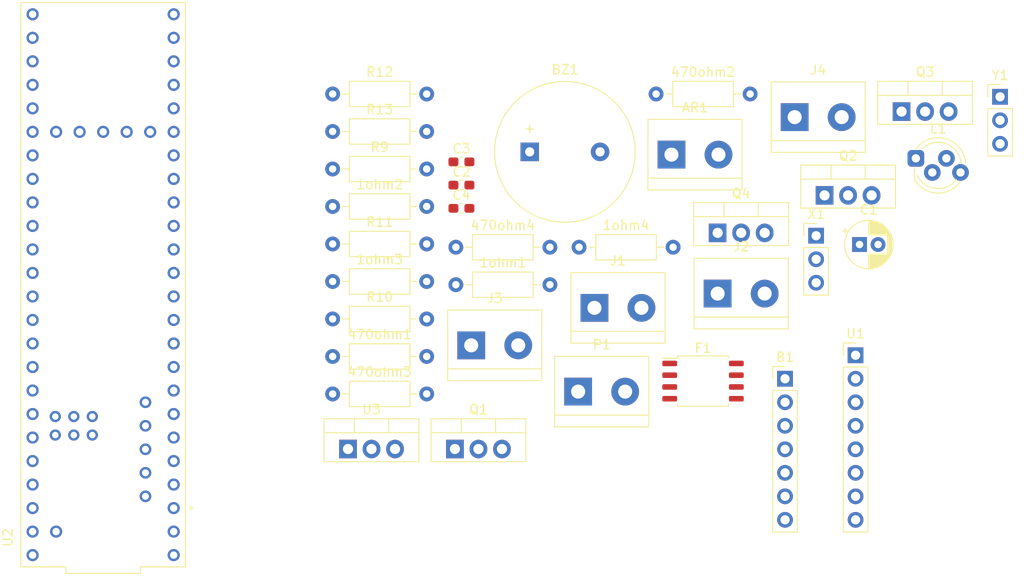
<source format=kicad_pcb>
(kicad_pcb (version 20211014) (generator pcbnew)
  (layers (0 "F.Cu" signal) (31 "B.Cu" signal) (34 "B.Paste" user) (35 "F.Paste" user) (36 "B.SilkS" user "B.Silkscreen") (37 "F.SilkS" user "F.Silkscreen") (38 "B.Mask" user) (39 "F.Mask" user) (44 "Edge.Cuts" user))
  (net 0 "")
  (net 1 "Net-(1ohm1-Pad1)")
  (net 2 "Net-(1ohm1-Pad2)")
  (net 3 "Net-(1ohm2-Pad1)")
  (net 4 "Net-(1ohm2-Pad2)")
  (net 5 "Net-(1ohm3-Pad1)")
  (net 6 "Net-(1ohm3-Pad2)")
  (net 7 "Net-(1ohm4-Pad1)")
  (net 8 "Net-(1ohm4-Pad2)")
  (net 9 "GND")
  (net 10 "Net-(470ohm1-Pad2)")
  (net 11 "Net-(470ohm2-Pad2)")
  (net 12 "Net-(470ohm3-Pad2)")
  (net 13 "Net-(470ohm4-Pad2)")
  (net 14 "+3V3")
  (net 15 "Net-(AR1-Pad2)")
  (net 17 "Net-(B1-Pad3)")
  (net 18 "Net-(B1-Pad4)")
  (net 22 "Net-(BZ1-Pad1)")
  (net 23 "Net-(C1-Pad1)")
  (net 24 "Net-(C2-Pad1)")
  (net 25 "Net-(F1-Pad1)")
  (net 26 "Net-(F1-Pad2)")
  (net 28 "Net-(F1-Pad5)")
  (net 30 "+12V")
  (net 31 "Net-(L1-Pad1)")
  (net 32 "Net-(L1-Pad2)")
  (net 33 "Net-(L1-Pad3)")
  (net 34 "Net-(L1-Pad4)")
  (net 35 "Net-(R9-Pad1)")
  (net 36 "Net-(R10-Pad1)")
  (net 37 "Net-(R11-Pad1)")
  (net 38 "Net-(R12-Pad2)")
  (net 47 "Net-(U2-Pad29)")
  (net 48 "+5V")
  (net 49 "Net-(U2-Pad28)")
  (net 50 "Net-(U1-Pad12)")
  (footprint "Teensy 4.1:MODULE_DEV-16771" (layer "F.Cu") (at 96.52 109.22 90)
    (fp_text reference "U2" (at -27.305 -10.295 90) (layer "F.SilkS"))
    (fp_text value "DEV-16771")
    (fp_line (start -30.48 8.89) (end -30.48 4.03) (layer "F.SilkS") (width 0.127))
    (fp_line (start 30.48 -8.89) (end 30.48 8.89) (layer "F.SilkS") (width 0.127))
    (fp_line (start -30.48 4.03) (end -31.18 4.03) (layer "F.SilkS") (width 0.127))
    (fp_line (start -30.48 -8.89) (end 30.48 -8.89) (layer "F.SilkS") (width 0.127))
    (fp_line (start -30.48 -8.89) (end -30.48 -4.03) (layer "F.SilkS") (width 0.127))
    (fp_line (start -30.48 -4.03) (end -31.18 -4.03) (layer "F.SilkS") (width 0.127))
    (fp_line (start -31.18 4.03) (end -31.18 -4.03) (layer "F.SilkS") (width 0.127))
    (fp_line (start 30.48 8.89) (end -30.48 8.89) (layer "F.SilkS") (width 0.127))
    (fp_circle (center -24.13 9.5) (end -24.03 9.5) (layer "F.SilkS") (width 0.2) (fill none))
    (pad "0" thru_hole circle (at -26.67 7.62 90) (size 1.308 1.308) (drill 0.8) (layers *.Cu *.Mask) (net 10 "Net-(470ohm1-Pad2)"))
    (pad "1" thru_hole circle (at -24.13 7.62 90) (size 1.308 1.308) (drill 0.8) (layers *.Cu *.Mask) (net 11 "Net-(470ohm2-Pad2)"))
    (pad "2" thru_hole circle (at -21.59 7.62 90) (size 1.308 1.308) (drill 0.8) (layers *.Cu *.Mask) (net 37 "Net-(R11-Pad1)"))
    (pad "3" thru_hole circle (at -19.05 7.62 90) (size 1.308 1.308) (drill 0.8) (layers *.Cu *.Mask) (net 26 "Net-(F1-Pad2)"))
    (pad "3.3V_1" thru_hole circle (at 6.35 7.62 90) (size 1.308 1.308) (drill 0.8) (layers *.Cu *.Mask) (net 31 "Net-(L1-Pad1)"))
    (pad "3.3V_2" thru_hole circle (at -24.13 -7.62 90) (size 1.308 1.308) (drill 0.8) (layers *.Cu *.Mask) (net 31 "Net-(L1-Pad1)"))
    (pad "3.3V_3" thru_hole circle (at 16.51 2.54 90) (size 1.308 1.308) (drill 0.8) (layers *.Cu *.Mask) (net 31 "Net-(L1-Pad1)"))
    (pad "4" thru_hole circle (at -16.51 7.62 90) (size 1.308 1.308) (drill 0.8) (layers *.Cu *.Mask) (net 28 "Net-(F1-Pad5)"))
    (pad "5" thru_hole circle (at -13.97 7.62 90) (size 1.308 1.308) (drill 0.8) (layers *.Cu *.Mask) (net 50 "Net-(U1-Pad12)"))
    (pad "5V" thru_hole circle (at -22.86 4.57 90) (size 1.258 1.258) (drill 0.75) (layers *.Cu *.Mask))
    (pad "6" thru_hole circle (at -11.43 7.62 90) (size 1.308 1.308) (drill 0.8) (layers *.Cu *.Mask) (net 35 "Net-(R9-Pad1)"))
    (pad "7" thru_hole circle (at -8.89 7.62 90) (size 1.308 1.308) (drill 0.8) (layers *.Cu *.Mask) (net 12 "Net-(470ohm3-Pad2)"))
    (pad "8" thru_hole circle (at -6.35 7.62 90) (size 1.308 1.308) (drill 0.8) (layers *.Cu *.Mask) (net 13 "Net-(470ohm4-Pad2)"))
    (pad "9" thru_hole circle (at -3.81 7.62 90) (size 1.308 1.308) (drill 0.8) (layers *.Cu *.Mask) (net 36 "Net-(R10-Pad1)"))
    (pad "10" thru_hole circle (at -1.27 7.62 90) (size 1.308 1.308) (drill 0.8) (layers *.Cu *.Mask) (net 25 "Net-(F1-Pad1)"))
    (pad "11" thru_hole circle (at 1.27 7.62 90) (size 1.308 1.308) (drill 0.8) (layers *.Cu *.Mask))
    (pad "12" thru_hole circle (at 3.81 7.62 90) (size 1.308 1.308) (drill 0.8) (layers *.Cu *.Mask))
    (pad "13" thru_hole circle (at 3.81 -7.62 90) (size 1.308 1.308) (drill 0.8) (layers *.Cu *.Mask))
    (pad "14" thru_hole circle (at 1.27 -7.62 90) (size 1.308 1.308) (drill 0.8) (layers *.Cu *.Mask))
    (pad "15" thru_hole circle (at -1.27 -7.62 90) (size 1.308 1.308) (drill 0.8) (layers *.Cu *.Mask))
    (pad "16" thru_hole circle (at -3.81 -7.62 90) (size 1.308 1.308) (drill 0.8) (layers *.Cu *.Mask))
    (pad "17" thru_hole circle (at -6.35 -7.62 90) (size 1.308 1.308) (drill 0.8) (layers *.Cu *.Mask))
    (pad "18" thru_hole circle (at -8.89 -7.62 90) (size 1.308 1.308) (drill 0.8) (layers *.Cu *.Mask) (net 17 "Net-(B1-Pad3)"))
    (pad "19" thru_hole circle (at -11.43 -7.62 90) (size 1.308 1.308) (drill 0.8) (layers *.Cu *.Mask) (net 18 "Net-(B1-Pad4)"))
    (pad "20" thru_hole circle (at -13.97 -7.62 90) (size 1.308 1.308) (drill 0.8) (layers *.Cu *.Mask))
    (pad "21" thru_hole circle (at -16.51 -7.62 90) (size 1.308 1.308) (drill 0.8) (layers *.Cu *.Mask))
    (pad "22" thru_hole circle (at -19.05 -7.62 90) (size 1.308 1.308) (drill 0.8) (layers *.Cu *.Mask))
    (pad "23" thru_hole circle (at -21.59 -7.62 90) (size 1.308 1.308) (drill 0.8) (layers *.Cu *.Mask))
    (pad "24" thru_hole circle (at 8.89 7.62 90) (size 1.308 1.308) (drill 0.8) (layers *.Cu *.Mask))
    (pad "25" thru_hole circle (at 11.43 7.62 90) (size 1.308 1.308) (drill 0.8) (layers *.Cu *.Mask))
    (pad "26" thru_hole circle (at 13.97 7.62 90) (size 1.308 1.308) (drill 0.8) (layers *.Cu *.Mask))
    (pad "27" thru_hole circle (at 16.51 7.62 90) (size 1.308 1.308) (drill 0.8) (layers *.Cu *.Mask))
    (pad "28" thru_hole circle (at 19.05 7.62 90) (size 1.308 1.308) (drill 0.8) (layers *.Cu *.Mask) (net 49 "Net-(U2-Pad28)"))
    (pad "29" thru_hole circle (at 21.59 7.62 90) (size 1.308 1.308) (drill 0.8) (layers *.Cu *.Mask) (net 47 "Net-(U2-Pad29)"))
    (pad "30" thru_hole circle (at 24.13 7.62 90) (size 1.308 1.308) (drill 0.8) (layers *.Cu *.Mask))
    (pad "31" thru_hole circle (at 26.67 7.62 90) (size 1.308 1.308) (drill 0.8) (layers *.Cu *.Mask))
    (pad "32" thru_hole circle (at 29.21 7.62 90) (size 1.308 1.308) (drill 0.8) (layers *.Cu *.Mask))
    (pad "33" thru_hole circle (at 29.21 -7.62 90) (size 1.308 1.308) (drill 0.8) (layers *.Cu *.Mask))
    (pad "34" thru_hole circle (at 26.67 -7.62 90) (size 1.308 1.308) (drill 0.8) (layers *.Cu *.Mask) (net 22 "Net-(BZ1-Pad1)"))
    (pad "35" thru_hole circle (at 24.13 -7.62 90) (size 1.308 1.308) (drill 0.8) (layers *.Cu *.Mask) (net 15 "Net-(AR1-Pad2)"))
    (pad "36" thru_hole circle (at 21.59 -7.62 90) (size 1.308 1.308) (drill 0.8) (layers *.Cu *.Mask))
    (pad "37" thru_hole circle (at 19.05 -7.62 90) (size 1.308 1.308) (drill 0.8) (layers *.Cu *.Mask))
    (pad "38" thru_hole circle (at 16.51 -7.62 90) (size 1.308 1.308) (drill 0.8) (layers *.Cu *.Mask))
    (pad "39" thru_hole circle (at 13.97 -7.62 90) (size 1.308 1.308) (drill 0.8) (layers *.Cu *.Mask))
    (pad "40" thru_hole circle (at 11.43 -7.62 90) (size 1.308 1.308) (drill 0.8) (layers *.Cu *.Mask))
    (pad "41" thru_hole circle (at 8.89 -7.62 90) (size 1.308 1.308) (drill 0.8) (layers *.Cu *.Mask) (net 38 "Net-(R12-Pad2)"))
    (pad "D+" thru_hole circle (at -17.78 4.57 90) (size 1.258 1.258) (drill 0.75) (layers *.Cu *.Mask))
    (pad "D-" thru_hole circle (at -20.32 4.57 90) (size 1.258 1.258) (drill 0.75) (layers *.Cu *.Mask))
    (pad "GND1" thru_hole circle (at -29.21 7.62 90) (size 1.308 1.308) (drill 0.8) (layers *.Cu *.Mask) (net 9 "GND"))
    (pad "GND2" thru_hole circle (at 6.35 -7.62 90) (size 1.308 1.308) (drill 0.8) (layers *.Cu *.Mask) (net 9 "GND"))
    (pad "GND3" thru_hole circle (at -26.67 -7.62 90) (size 1.308 1.308) (drill 0.8) (layers *.Cu *.Mask) (net 9 "GND"))
    (pad "GND4" thru_hole circle (at 16.51 0 90) (size 1.308 1.308) (drill 0.8) (layers *.Cu *.Mask) (net 9 "GND"))
    (pad "GND5" thru_hole circle (at -14.24 -3.17 90) (size 1.208 1.208) (drill 0.7) (layers *.Cu *.Mask) (net 9 "GND"))
    (pad "LED" thru_hole circle (at -16.24 -3.17 90) (size 1.208 1.208) (drill 0.7) (layers *.Cu *.Mask))
    (pad "ON/OFF" thru_hole circle (at 16.51 -5.08 90) (size 1.308 1.308) (drill 0.8) (layers *.Cu *.Mask))
    (pad "PROGRAM" thru_hole circle (at 16.51 -2.54 90) (size 1.308 1.308) (drill 0.8) (layers *.Cu *.Mask))
    (pad "R+" thru_hole circle (at -16.24 -5.17 90) (size 1.208 1.208) (drill 0.7) (layers *.Cu *.Mask))
    (pad "R-" thru_hole circle (at -14.24 -5.17 90) (size 1.208 1.208) (drill 0.7) (layers *.Cu *.Mask))
    (pad "T+" thru_hole circle (at -14.24 -1.17 90) (size 1.208 1.208) (drill 0.7) (layers *.Cu *.Mask))
    (pad "T-" thru_hole circle (at -16.24 -1.17 90) (size 1.208 1.208) (drill 0.7) (layers *.Cu *.Mask))
    (pad "USB_GND1" thru_hole circle (at -15.24 4.57 90) (size 1.258 1.258) (drill 0.75) (layers *.Cu *.Mask) (net 9 "GND"))
    (pad "USB_GND2" thru_hole circle (at -12.7 4.57 90) (size 1.258 1.258) (drill 0.75) (layers *.Cu *.Mask) (net 9 "GND"))
    (pad "VBAT" thru_hole circle (at 16.51 5.08 90) (size 1.308 1.308) (drill 0.8) (layers *.Cu *.Mask))
    (pad "VIN" thru_hole circle (at -29.21 -7.62 90) (size 1.308 1.308) (drill 0.8) (layers *.Cu *.Mask) (net 24 "Net-(C2-Pad1)"))
    (pad "VUSB" thru_hole circle (at -26.67 -5.08 90) (size 1.308 1.308) (drill 0.8) (layers *.Cu *.Mask))
  )
  (footprint "Package_TO_SOT_THT:TO-220-3_Vertical" (layer "F.Cu") (at 162.9 103.62)
    (fp_text reference "Q4" (at 2.54 -4.27) (layer "F.SilkS"))
    (fp_text value "IRF540N")
    (fp_line (start 0.69 -3.27) (end 0.69 -1.76) (layer "F.SilkS") (width 0.12))
    (fp_line (start -2.58 1.371) (end 7.66 1.371) (layer "F.SilkS") (width 0.12))
    (fp_line (start 4.391 -3.27) (end 4.391 -1.76) (layer "F.SilkS") (width 0.12))
    (fp_line (start -2.58 -1.76) (end 7.66 -1.76) (layer "F.SilkS") (width 0.12))
    (fp_line (start -2.58 -3.27) (end 7.66 -3.27) (layer "F.SilkS") (width 0.12))
    (fp_line (start -2.58 -3.27) (end -2.58 1.371) (layer "F.SilkS") (width 0.12))
    (fp_line (start 7.66 -3.27) (end 7.66 1.371) (layer "F.SilkS") (width 0.12))
    (pad "1" thru_hole rect (at 0 0) (size 1.905 2) (drill 1.1) (layers *.Cu *.Mask) (net 13 "Net-(470ohm4-Pad2)"))
    (pad "2" thru_hole oval (at 2.54 0) (size 1.905 2) (drill 1.1) (layers *.Cu *.Mask) (net 7 "Net-(1ohm4-Pad1)"))
    (pad "3" thru_hole oval (at 5.08 0) (size 1.905 2) (drill 1.1) (layers *.Cu *.Mask) (net 9 "GND"))
  )
  (footprint "Resistor_THT:R_Axial_DIN0207_L6.3mm_D2.5mm_P10.16mm_Horizontal" (layer "F.Cu") (at 121.31 92.67)
    (fp_text reference "R13" (at 5.08 -2.37) (layer "F.SilkS"))
    (fp_text value "100kohm")
    (fp_line (start 9.12 0) (end 8.35 0) (layer "F.SilkS") (width 0.12))
    (fp_line (start 1.81 1.37) (end 8.35 1.37) (layer "F.SilkS") (width 0.12))
    (fp_line (start 1.04 0) (end 1.81 0) (layer "F.SilkS") (width 0.12))
    (fp_line (start 1.81 -1.37) (end 1.81 1.37) (layer "F.SilkS") (width 0.12))
    (fp_line (start 8.35 1.37) (end 8.35 -1.37) (layer "F.SilkS") (width 0.12))
    (fp_line (start 8.35 -1.37) (end 1.81 -1.37) (layer "F.SilkS") (width 0.12))
    (pad "1" thru_hole circle (at 0 0) (size 1.6 1.6) (drill 0.8) (layers *.Cu *.Mask) (net 9 "GND"))
    (pad "2" thru_hole oval (at 10.16 0) (size 1.6 1.6) (drill 0.8) (layers *.Cu *.Mask) (net 38 "Net-(R12-Pad2)"))
  )
  (footprint "TerminalBlock:TerminalBlock_bornier-2_P5.08mm" (layer "F.Cu") (at 136.28 115.77)
    (fp_text reference "J3" (at 2.54 -5.08) (layer "F.SilkS"))
    (fp_text value "Pyro3")
    (fp_line (start 7.62 3.81) (end 7.62 -3.81) (layer "F.SilkS") (width 0.12))
    (fp_line (start 7.62 2.54) (end -2.54 2.54) (layer "F.SilkS") (width 0.12))
    (fp_line (start 7.62 -3.81) (end -2.54 -3.81) (layer "F.SilkS") (width 0.12))
    (fp_line (start -2.54 -3.81) (end -2.54 3.81) (layer "F.SilkS") (width 0.12))
    (fp_line (start -2.54 3.81) (end 7.62 3.81) (layer "F.SilkS") (width 0.12))
    (pad "1" thru_hole rect (at 0 0) (size 3 3) (drill 1.52) (layers *.Cu *.Mask) (net 6 "Net-(1ohm3-Pad2)"))
    (pad "2" thru_hole circle (at 5.08 0) (size 3 3) (drill 1.52) (layers *.Cu *.Mask) (net 30 "+12V"))
  )
  (footprint "TerminalBlock:TerminalBlock_bornier-2_P5.08mm" (layer "F.Cu") (at 157.91 95.17)
    (fp_text reference "AR1" (at 2.54 -5.08) (layer "F.SilkS"))
    (fp_text value "ARMING SWITCH")
    (fp_line (start 7.62 3.81) (end 7.62 -3.81) (layer "F.SilkS") (width 0.12))
    (fp_line (start -2.54 3.81) (end 7.62 3.81) (layer "F.SilkS") (width 0.12))
    (fp_line (start 7.62 2.54) (end -2.54 2.54) (layer "F.SilkS") (width 0.12))
    (fp_line (start 7.62 -3.81) (end -2.54 -3.81) (layer "F.SilkS") (width 0.12))
    (fp_line (start -2.54 -3.81) (end -2.54 3.81) (layer "F.SilkS") (width 0.12))
    (pad "1" thru_hole rect (at 0 0) (size 3 3) (drill 1.52) (layers *.Cu *.Mask) (net 14 "+3V3"))
    (pad "2" thru_hole circle (at 5.08 0) (size 3 3) (drill 1.52) (layers *.Cu *.Mask) (net 15 "Net-(AR1-Pad2)"))
  )
  (footprint "Buzzer_Beeper:Buzzer_15x7.5RM7.6" (layer "F.Cu") (at 142.6 94.87)
    (fp_text reference "BZ1" (at 3.81 -8.89) (layer "F.SilkS"))
    (fp_text value "Buzzer")
    (fp_text user "+" (at -0.01 -2.54) (layer "F.SilkS"))
    (fp_circle (center 3.8 0) (end 11.4 0) (layer "F.SilkS") (width 0.12) (fill none))
    (pad "1" thru_hole rect (at 0 0) (size 2 2) (drill 1) (layers *.Cu *.Mask) (net 22 "Net-(BZ1-Pad1)"))
    (pad "2" thru_hole circle (at 7.6 0) (size 2 2) (drill 1) (layers *.Cu *.Mask) (net 9 "GND"))
  )
  (footprint "Capacitor_THT:CP_Radial_D5.0mm_P2.00mm" (layer "F.Cu") (at 178.229775 104.88)
    (fp_text reference "C1" (at 1 -3.75) (layer "F.SilkS"))
    (fp_text value "10uf")
    (fp_line (start 1.44 1.04) (end 1.44 2.543) (layer "F.SilkS") (width 0.12))
    (fp_line (start 1.761 -2.468) (end 1.761 -1.04) (layer "F.SilkS") (width 0.12))
    (fp_line (start 1.801 1.04) (end 1.801 2.455) (layer "F.SilkS") (width 0.12))
    (fp_line (start 1.16 -2.576) (end 1.16 -1.04) (layer "F.SilkS") (width 0.12))
    (fp_line (start -1.804775 -1.475) (end -1.304775 -1.475) (layer "F.SilkS") (width 0.12))
    (fp_line (start 2.401 -2.175) (end 2.401 -1.04) (layer "F.SilkS") (width 0.12))
    (fp_line (start 2.881 -1.785) (end 2.881 -1.04) (layer "F.SilkS") (width 0.12))
    (fp_line (start 1.32 -2.561) (end 1.32 -1.04) (layer "F.SilkS") (width 0.12))
    (fp_line (start 2.681 -1.971) (end 2.681 -1.04) (layer "F.SilkS") (width 0.12))
    (fp_line (start 1.761 1.04) (end 1.761 2.468) (layer "F.SilkS") (width 0.12))
    (fp_line (start 2.241 -2.268) (end 2.241 -1.04) (layer "F.SilkS") (width 0.12))
    (fp_line (start 2.801 -1.864) (end 2.801 -1.04) (layer "F.SilkS") (width 0.12))
    (fp_line (start 1.08 1.04) (end 1.08 2.579) (layer "F.SilkS") (width 0.12))
    (fp_line (start 2.081 1.04) (end 2.081 2.348) (layer "F.SilkS") (width 0.12))
    (fp_line (start 2.721 1.04) (end 2.721 1.937) (layer "F.SilkS") (width 0.12))
    (fp_line (start 2.721 -1.937) (end 2.721 -1.04) (layer "F.SilkS") (width 0.12))
    (fp_line (start 3.401 -1.011) (end 3.401 1.011) (layer "F.SilkS") (width 0.12))
    (fp_line (start 2.561 -2.065) (end 2.561 -1.04) (layer "F.SilkS") (width 0.12))
    (fp_line (start 2.361 1.04) (end 2.361 2.2) (layer "F.SilkS") (width 0.12))
    (fp_line (start 1.16 1.04) (end 1.16 2.576) (layer "F.SilkS") (width 0.12))
    (fp_line (start 2.241 1.04) (end 2.241 2.268) (layer "F.SilkS") (width 0.12))
    (fp_line (start 1.24 -2.569) (end 1.24 -1.04) (layer "F.SilkS") (width 0.12))
    (fp_line (start 2.921 -1.743) (end 2.921 -1.04) (layer "F.SilkS") (width 0.12))
    (fp_line (start 1.64 -2.501) (end 1.64 -1.04) (layer "F.SilkS") (width 0.12))
    (fp_line (start 2.561 1.04) (end 2.561 2.065) (layer "F.SilkS") (width 0.12))
    (fp_line (start 2.521 1.04) (end 2.521 2.095) (layer "F.SilkS") (width 0.12))
    (fp_line (start 1.28 1.04) (end 1.28 2.565) (layer "F.SilkS") (width 0.12))
    (fp_line (start 2.121 1.04) (end 2.121 2.329) (layer "F.SilkS") (width 0.12))
    (fp_line (start 2.361 -2.2) (end 2.361 -1.04) (layer "F.SilkS") (width 0.12))
    (fp_line (start 2.481 1.04) (end 2.481 2.122) (layer "F.SilkS") (width 0.12))
    (fp_line (start 3.561 -0.518) (end 3.561 0.518) (layer "F.SilkS") (width 0.12))
    (fp_line (start 1.36 -2.556) (end 1.36 -1.04) (layer "F.SilkS") (width 0.12))
    (fp_line (start 1.4 -2.55) (end 1.4 -1.04) (layer "F.SilkS") (width 0.12))
    (fp_line (start 2.841 -1.826) (end 2.841 -1.04) (layer "F.SilkS") (width 0.12))
    (fp_line (start 1.48 -2.536) (end 1.48 -1.04) (layer "F.SilkS") (width 0.12))
    (fp_line (start 1.841 1.04) (end 1.841 2.442) (layer "F.SilkS") (width 0.12))
    (fp_line (start 3.521 -0.677) (end 3.521 0.677) (layer "F.SilkS") (width 0.12))
    (fp_line (start 1.56 1.04) (end 1.56 2.52) (layer "F.SilkS") (width 0.12))
    (fp_line (start 2.281 -2.247) (end 2.281 -1.04) (layer "F.SilkS") (width 0.12))
    (fp_line (start 1.68 -2.491) (end 1.68 -1.04) (layer "F.SilkS") (width 0.12))
    (fp_line (start 2.201 1.04) (end 2.201 2.29) (layer "F.SilkS") (width 0.12))
    (fp_line (start 2.081 -2.348) (end 2.081 -1.04) (layer "F.SilkS") (width 0.12))
    (fp_line (start 1.64 1.04) (end 1.64 2.501) (layer "F.SilkS") (width 0.12))
    (fp_line (start 1 -2.58) (end 1 -1.04) (layer "F.SilkS") (width 0.12))
    (fp_line (start 2.961 1.04) (end 2.961 1.699) (layer "F.SilkS") (width 0.12))
    (fp_line (start 2.001 -2.382) (end 2.001 -1.04) (layer "F.SilkS") (width 0.12))
    (fp_line (start 1.6 -2.511) (end 1.6 -1.04) (layer "F.SilkS") (width 0.12))
    (fp_line (start 1.4 1.04) (end 1.4 2.55) (layer "F.SilkS") (width 0.12))
    (fp_line (start 2.441 -2.149) (end 2.441 -1.04) (layer "F.SilkS") (width 0.12))
    (fp_line (start 2.641 -2.004) (end 2.641 -1.04) (layer "F.SilkS") (width 0.12))
    (fp_line (start 3.361 -1.098) (end 3.361 1.098) (layer "F.SilkS") (width 0.12))
    (fp_line (start 2.601 -2.035) (end 2.601 -1.04) (layer "F.SilkS") (width 0.12))
    (fp_line (start 3.281 -1.251) (end 3.281 1.251) (layer "F.SilkS") (width 0.12))
    (fp_line (start 1.68 1.04) (end 1.68 2.491) (layer "F.SilkS") (width 0.12))
    (fp_line (start 1.12 -2.578) (end 1.12 -1.04) (layer "F.SilkS") (width 0.12))
    (fp_line (start 1.04 1.04) (end 1.04 2.58) (layer "F.SilkS") (width 0.12))
    (fp_line (start 1.12 1.04) (end 1.12 2.578) (layer "F.SilkS") (width 0.12))
    (fp_line (start 3.321 -1.178) (end 3.321 1.178) (layer "F.SilkS") (width 0.12))
    (fp_line (start 1.36 1.04) (end 1.36 2.556) (layer "F.SilkS") (width 0.12))
    (fp_line (start 2.281 1.04) (end 2.281 2.247) (layer "F.SilkS") (width 0.12))
    (fp_line (start 2.321 1.04) (end 2.321 2.224) (layer "F.SilkS") (width 0.12))
    (fp_line (start 2.641 1.04) (end 2.641 2.004) (layer "F.SilkS") (width 0.12))
    (fp_line (start 2.161 1.04) (end 2.161 2.31) (layer "F.SilkS") (width 0.12))
    (fp_line (start 1.24 1.04) (end 1.24 2.569) (layer "F.SilkS") (width 0.12))
    (fp_line (start 2.521 -2.095) (end 2.521 -1.04) (layer "F.SilkS") (width 0.12))
    (fp_line (start 1.961 1.04) (end 1.961 2.398) (layer "F.SilkS") (width 0.12))
    (fp_line (start 1.48 1.04) (end 1.48 2.536) (layer "F.SilkS") (width 0.12))
    (fp_line (start 3.201 -1.383) (end 3.201 1.383) (layer "F.SilkS") (width 0.12))
    (fp_line (start 1.28 -2.565) (end 1.28 -1.04) (layer "F.SilkS") (width 0.12))
    (fp_line (start 2.041 1.04) (end 2.041 2.365) (layer "F.SilkS") (width 0.12))
    (fp_line (start 1.801 -2.455) (end 1.801 -1.04) (layer "F.SilkS") (width 0.12))
    (fp_line (start 1.721 -2.48) (end 1.721 -1.04) (layer "F.SilkS") (width 0.12))
    (fp_line (start 1.881 -2.428) (end 1.881 -1.04) (layer "F.SilkS") (width 0.12))
    (fp_line (start 1.6 1.04) (end 1.6 2.511) (layer "F.SilkS") (width 0.12))
    (fp_line (start 2.601 1.04) (end 2.601 2.035) (layer "F.SilkS") (width 0.12))
    (fp_line (start 2.401 1.04) (end 2.401 2.175) (layer "F.SilkS") (width 0.12))
    (fp_line (start 2.441 1.04) (end 2.441 2.149) (layer "F.SilkS") (width 0.12))
    (fp_line (start 2.121 -2.329) (end 2.121 -1.04) (layer "F.SilkS") (width 0.12))
    (fp_line (start 2.961 -1.699) (end 2.961 -1.04) (layer "F.SilkS") (width 0.12))
    (fp_line (start 1.921 -2.414) (end 1.921 -1.04) (layer "F.SilkS") (width 0.12))
    (fp_line (start 3.081 -1.554) (end 3.081 1.554) (layer "F.SilkS") (width 0.12))
    (fp_line (start 2.481 -2.122) (end 2.481 -1.04) (layer "F.SilkS") (width 0.12))
    (fp_line (start 1.08 -2.579) (end 1.08 -1.04) (layer "F.SilkS") (width 0.12))
    (fp_line (start 2.761 -1.901) (end 2.761 -1.04) (layer "F.SilkS") (width 0.12))
    (fp_line (start 2.801 1.04) (end 2.801 1.864) (layer "F.SilkS") (width 0.12))
    (fp_line (start 3.001 1.04) (end 3.001 1.653) (layer "F.SilkS") (width 0.12))
    (fp_line (start 2.881 1.04) (end 2.881 1.785) (layer "F.SilkS") (width 0.12))
    (fp_line (start 1 1.04) (end 1 2.58) (layer "F.SilkS") (width 0.12))
    (fp_line (start -1.554775 -1.725) (end -1.554775 -1.225) (layer "F.SilkS") (width 0.12))
    (fp_line (start 3.161 -1.443) (end 3.161 1.443) (layer "F.SilkS") (width 0.12))
    (fp_line (start 1.32 1.04) (end 1.32 2.561) (layer "F.SilkS") (width 0.12))
    (fp_line (start 1.44 -2.543) (end 1.44 -1.04) (layer "F.SilkS") (width 0.12))
    (fp_line (start 3.441 -0.915) (end 3.441 0.915) (layer "F.SilkS") (width 0.12))
    (fp_line (start 1.921 1.04) (end 1.921 2.414) (layer "F.SilkS") (width 0.12))
    (fp_line (start 2.041 -2.365) (end 2.041 -1.04) (layer "F.SilkS") (width 0.12))
    (fp_line (start 2.001 1.04) (end 2.001 2.382) (layer "F.SilkS") (width 0.12))
    (fp_line (start 3.241 -1.319) (end 3.241 1.319) (layer "F.SilkS") (width 0.12))
    (fp_line (start 2.921 1.04) (end 2.921 1.743) (layer "F.SilkS") (width 0.12))
    (fp_line (start 2.761 1.04) (end 2.761 1.901) (layer "F.SilkS") (width 0.12))
    (fp_line (start 2.161 -2.31) (end 2.161 -1.04) (layer "F.SilkS") (width 0.12))
    (fp_line (start 1.04 -2.58) (end 1.04 -1.04) (layer "F.SilkS") (width 0.12))
    (fp_line (start 2.201 -2.29) (end 2.201 -1.04) (layer "F.SilkS") (width 0.12))
    (fp_line (start 1.881 1.04) (end 1.881 2.428) (layer "F.SilkS") (width 0.12))
    (fp_line (start 3.481 -0.805) (end 3.481 0.805) (layer "F.SilkS") (width 0.12))
    (fp_line (start 1.721 1.04) (end 1.721 2.48) (layer "F.SilkS") (width 0.12))
    (fp_line (start 1.56 -2.52) (end 1.56 -1.04) (layer "F.SilkS") (width 0.12))
    (fp_line (start 3.041 -1.605) (end 3.041 1.605) (layer "F.SilkS") (width 0.12))
    (fp_line (start 1.2 1.04) (end 1.2 2.573) (layer "F.SilkS") (width 0.12))
    (fp_line (start 1.2 -2.573) (end 1.2 -1.04) (layer "F.SilkS") (width 0.12))
    (fp_line (start 2.681 1.04) (end 2.681 1.971) (layer "F.SilkS") (width 0.12))
    (fp_line (start 1.961 -2.398) (end 1.961 -1.04) (layer "F.SilkS") (width 0.12))
    (fp_line (start 1.841 -2.442) (end 1.841 -1.04) (layer "F.SilkS") (width 0.12))
    (fp_line (start 3.001 -1.653) (end 3.001 -1.04) (layer "F.SilkS") (width 0.12))
    (fp_line (start 2.841 1.04) (end 2.841 1.826) (layer "F.SilkS") (width 0.12))
    (fp_line (start 3.121 -1.5) (end 3.121 1.5) (layer "F.SilkS") (width 0.12))
    (fp_line (start 3.601 -0.284) (end 3.601 0.284) (layer "F.SilkS") (width 0.12))
    (fp_line (start 1.52 1.04) (end 1.52 2.528) (layer "F.SilkS") (width 0.12))
    (fp_line (start 1.52 -2.528) (end 1.52 -1.04) (layer "F.SilkS") (width 0.12))
    (fp_line (start 2.321 -2.224) (end 2.321 -1.04) (layer "F.SilkS") (width 0.12))
    (fp_circle (center 1 0) (end 3.62 0) (layer "F.SilkS") (width 0.12) (fill none))
    (pad "1" thru_hole rect (at 0 0) (size 1.6 1.6) (drill 0.8) (layers *.Cu *.Mask) (net 23 "Net-(C1-Pad1)"))
    (pad "2" thru_hole circle (at 2 0) (size 1.6 1.6) (drill 0.8) (layers *.Cu *.Mask) (net 9 "GND"))
  )
  (footprint "Package_SO:SOIC-8_5.23x5.23mm_P1.27mm" (layer "F.Cu") (at 161.32 119.63)
    (fp_text reference "F1" (at 0 -3.56) (layer "F.SilkS"))
    (fp_text value "W25Q128JVS")
    (fp_line (start -2.725 -2.725) (end -2.725 -2.465) (layer "F.SilkS") (width 0.12))
    (fp_line (start 2.725 2.725) (end 2.725 2.465) (layer "F.SilkS") (width 0.12))
    (fp_line (start -2.725 2.725) (end -2.725 2.465) (layer "F.SilkS") (width 0.12))
    (fp_line (start 2.725 -2.725) (end 2.725 -2.465) (layer "F.SilkS") (width 0.12))
    (fp_line (start 0 -2.725) (end 2.725 -2.725) (layer "F.SilkS") (width 0.12))
    (fp_line (start 0 2.725) (end 2.725 2.725) (layer "F.SilkS") (width 0.12))
    (fp_line (start 0 -2.725) (end -2.725 -2.725) (layer "F.SilkS") (width 0.12))
    (fp_line (start 0 2.725) (end -2.725 2.725) (layer "F.SilkS") (width 0.12))
    (fp_line (start -2.725 -2.465) (end -4.4 -2.465) (layer "F.SilkS") (width 0.12))
    (pad "1" smd roundrect (at -3.6 -1.905) (size 1.6 0.6) (layers "F.Cu" "F.Paste" "F.Mask") (net 25 "Net-(F1-Pad1)"))
    (pad "2" smd roundrect (at -3.6 -0.635) (size 1.6 0.6) (layers "F.Cu" "F.Paste" "F.Mask") (net 26 "Net-(F1-Pad2)"))
    (pad "3" smd roundrect (at -3.6 0.635) (size 1.6 0.6) (layers "F.Cu" "F.Paste" "F.Mask"))
    (pad "4" smd roundrect (at -3.6 1.905) (size 1.6 0.6) (layers "F.Cu" "F.Paste" "F.Mask") (net 9 "GND"))
    (pad "5" smd roundrect (at 3.6 1.905) (size 1.6 0.6) (layers "F.Cu" "F.Paste" "F.Mask") (net 28 "Net-(F1-Pad5)"))
    (pad "6" smd roundrect (at 3.6 0.635) (size 1.6 0.6) (layers "F.Cu" "F.Paste" "F.Mask") (net 17 "Net-(B1-Pad3)"))
    (pad "7" smd roundrect (at 3.6 -0.635) (size 1.6 0.6) (layers "F.Cu" "F.Paste" "F.Mask"))
    (pad "8" smd roundrect (at 3.6 -1.905) (size 1.6 0.6) (layers "F.Cu" "F.Paste" "F.Mask") (net 14 "+3V3"))
  )
  (footprint "Package_TO_SOT_THT:TO-220-3_Vertical" (layer "F.Cu") (at 122.97 126.97)
    (fp_text reference "U3" (at 2.54 -4.27) (layer "F.SilkS"))
    (fp_text value "LM7805_TO220")
    (fp_line (start 0.69 -3.27) (end 0.69 -1.76) (layer "F.SilkS") (width 0.12))
    (fp_line (start -2.58 1.371) (end 7.66 1.371) (layer "F.SilkS") (width 0.12))
    (fp_line (start 7.66 -3.27) (end 7.66 1.371) (layer "F.SilkS") (width 0.12))
    (fp_line (start -2.58 -3.27) (end -2.58 1.371) (layer "F.SilkS") (width 0.12))
    (fp_line (start -2.58 -1.76) (end 7.66 -1.76) (layer "F.SilkS") (width 0.12))
    (fp_line (start -2.58 -3.27) (end 7.66 -3.27) (layer "F.SilkS") (width 0.12))
    (fp_line (start 4.391 -3.27) (end 4.391 -1.76) (layer "F.SilkS") (width 0.12))
    (pad "1" thru_hole rect (at 0 0) (size 1.905 2) (drill 1.1) (layers *.Cu *.Mask) (net 23 "Net-(C1-Pad1)"))
    (pad "2" thru_hole oval (at 2.54 0) (size 1.905 2) (drill 1.1) (layers *.Cu *.Mask) (net 9 "GND"))
    (pad "3" thru_hole oval (at 5.08 0) (size 1.905 2) (drill 1.1) (layers *.Cu *.Mask) (net 24 "Net-(C2-Pad1)"))
  )
  (footprint "Package_TO_SOT_THT:TO-220-3_Vertical" (layer "F.Cu") (at 174.45 99.57)
    (fp_text reference "Q2" (at 2.54 -4.27) (layer "F.SilkS"))
    (fp_text value "IRF540N")
    (fp_line (start -2.58 -3.27) (end 7.66 -3.27) (layer "F.SilkS") (width 0.12))
    (fp_line (start 7.66 -3.27) (end 7.66 1.371) (layer "F.SilkS") (width 0.12))
    (fp_line (start 0.69 -3.27) (end 0.69 -1.76) (layer "F.SilkS") (width 0.12))
    (fp_line (start 4.391 -3.27) (end 4.391 -1.76) (layer "F.SilkS") (width 0.12))
    (fp_line (start -2.58 -3.27) (end -2.58 1.371) (layer "F.SilkS") (width 0.12))
    (fp_line (start -2.58 -1.76) (end 7.66 -1.76) (layer "F.SilkS") (width 0.12))
    (fp_line (start -2.58 1.371) (end 7.66 1.371) (layer "F.SilkS") (width 0.12))
    (pad "1" thru_hole rect (at 0 0) (size 1.905 2) (drill 1.1) (layers *.Cu *.Mask) (net 11 "Net-(470ohm2-Pad2)"))
    (pad "2" thru_hole oval (at 2.54 0) (size 1.905 2) (drill 1.1) (layers *.Cu *.Mask) (net 3 "Net-(1ohm2-Pad1)"))
    (pad "3" thru_hole oval (at 5.08 0) (size 1.905 2) (drill 1.1) (layers *.Cu *.Mask) (net 9 "GND"))
  )
  (footprint "Resistor_THT:R_Axial_DIN0207_L6.3mm_D2.5mm_P10.16mm_Horizontal" (layer "F.Cu") (at 121.31 121.02)
    (fp_text reference "470ohm3" (at 5.08 -2.37) (layer "F.SilkS"))
    (fp_text value "R6")
    (fp_line (start 8.35 1.37) (end 8.35 -1.37) (layer "F.SilkS") (width 0.12))
    (fp_line (start 9.12 0) (end 8.35 0) (layer "F.SilkS") (width 0.12))
    (fp_line (start 1.81 1.37) (end 8.35 1.37) (layer "F.SilkS") (width 0.12))
    (fp_line (start 1.04 0) (end 1.81 0) (layer "F.SilkS") (width 0.12))
    (fp_line (start 8.35 -1.37) (end 1.81 -1.37) (layer "F.SilkS") (width 0.12))
    (fp_line (start 1.81 -1.37) (end 1.81 1.37) (layer "F.SilkS") (width 0.12))
    (pad "1" thru_hole circle (at 0 0) (size 1.6 1.6) (drill 0.8) (layers *.Cu *.Mask) (net 9 "GND"))
    (pad "2" thru_hole oval (at 10.16 0) (size 1.6 1.6) (drill 0.8) (layers *.Cu *.Mask) (net 12 "Net-(470ohm3-Pad2)"))
  )
  (footprint "Connector_PinHeader_2.54mm:PinHeader_1x07_P2.54mm_Vertical" (layer "F.Cu") (at 170.18 119.38)
    (fp_text reference "B1" (at 0 -2.33) (layer "F.SilkS"))
    (fp_text value "BMP280")
    (fp_line (start -1.33 16.57) (end 1.33 16.57) (layer "F.SilkS") (width 0.12))
    (fp_line (start -1.33 1.27) (end 1.33 1.27) (layer "F.SilkS") (width 0.12))
    (fp_line (start -1.33 1.27) (end -1.33 16.57) (layer "F.SilkS") (width 0.12))
    (fp_line (start -1.33 0) (end -1.33 -1.33) (layer "F.SilkS") (width 0.12))
    (fp_line (start 1.33 1.27) (end 1.33 16.57) (layer "F.SilkS") (width 0.12))
    (fp_line (start -1.33 -1.33) (end 0 -1.33) (layer "F.SilkS") (width 0.12))
    (pad "1" thru_hole rect (at 0 0) (size 1.7 1.7) (drill 1) (layers *.Cu *.Mask) (net 9 "GND"))
    (pad "2" thru_hole oval (at 0 2.54) (size 1.7 1.7) (drill 1) (layers *.Cu *.Mask))
    (pad "3" thru_hole oval (at 0 5.08) (size 1.7 1.7) (drill 1) (layers *.Cu *.Mask) (net 17 "Net-(B1-Pad3)"))
    (pad "4" thru_hole oval (at 0 7.62) (size 1.7 1.7) (drill 1) (layers *.Cu *.Mask) (net 18 "Net-(B1-Pad4)"))
    (pad "5" thru_hole oval (at 0 10.16) (size 1.7 1.7) (drill 1) (layers *.Cu *.Mask))
    (pad "6" thru_hole oval (at 0 12.7) (size 1.7 1.7) (drill 1) (layers *.Cu *.Mask))
    (pad "7" thru_hole oval (at 0 15.24) (size 1.7 1.7) (drill 1) (layers *.Cu *.Mask))
  )
  (footprint "Resistor_THT:R_Axial_DIN0207_L6.3mm_D2.5mm_P10.16mm_Horizontal" (layer "F.Cu") (at 156.25 88.62)
    (fp_text reference "470ohm2" (at 5.08 -2.37) (layer "F.SilkS"))
    (fp_text value "R4")
    (fp_line (start 9.12 0) (end 8.35 0) (layer "F.SilkS") (width 0.12))
    (fp_line (start 8.35 -1.37) (end 1.81 -1.37) (layer "F.SilkS") (width 0.12))
    (fp_line (start 1.81 1.37) (end 8.35 1.37) (layer "F.SilkS") (width 0.12))
    (fp_line (start 1.04 0) (end 1.81 0) (layer "F.SilkS") (width 0.12))
    (fp_line (start 8.35 1.37) (end 8.35 -1.37) (layer "F.SilkS") (width 0.12))
    (fp_line (start 1.81 -1.37) (end 1.81 1.37) (layer "F.SilkS") (width 0.12))
    (pad "1" thru_hole circle (at 0 0) (size 1.6 1.6) (drill 0.8) (layers *.Cu *.Mask) (net 9 "GND"))
    (pad "2" thru_hole oval (at 10.16 0) (size 1.6 1.6) (drill 0.8) (layers *.Cu *.Mask) (net 11 "Net-(470ohm2-Pad2)"))
  )
  (footprint "Resistor_THT:R_Axial_DIN0207_L6.3mm_D2.5mm_P10.16mm_Horizontal" (layer "F.Cu") (at 134.62 109.22)
    (fp_text reference "1ohm1" (at 5.08 -2.37) (layer "F.SilkS"))
    (fp_text value "R1")
    (fp_line (start 1.81 -1.37) (end 1.81 1.37) (layer "F.SilkS") (width 0.12))
    (fp_line (start 9.12 0) (end 8.35 0) (layer "F.SilkS") (width 0.12))
    (fp_line (start 1.04 0) (end 1.81 0) (layer "F.SilkS") (width 0.12))
    (fp_line (start 1.81 1.37) (end 8.35 1.37) (layer "F.SilkS") (width 0.12))
    (fp_line (start 8.35 -1.37) (end 1.81 -1.37) (layer "F.SilkS") (width 0.12))
    (fp_line (start 8.35 1.37) (end 8.35 -1.37) (layer "F.SilkS") (width 0.12))
    (pad "1" thru_hole circle (at 0 0) (size 1.6 1.6) (drill 0.8) (layers *.Cu *.Mask) (net 1 "Net-(1ohm1-Pad1)"))
    (pad "2" thru_hole oval (at 10.16 0) (size 1.6 1.6) (drill 0.8) (layers *.Cu *.Mask) (net 2 "Net-(1ohm1-Pad2)"))
  )
  (footprint "LED_THT:LED_D5.0mm-4_RGB_Staggered_Pins" (layer "F.Cu") (at 184.31 95.57)
    (fp_text reference "L1" (at 2.413 -3.198) (layer "F.SilkS"))
    (fp_text value "LED_ARGB")
    (fp_line (start -0.147 1.061188) (end -0.147 2.307) (layer "F.SilkS") (width 0.12))
    (fp_arc (start 0.660401 -1.015999) (mid 3.242766 -1.592649) (end 4.89309 0.475579) (layer "F.SilkS") (width 0.12))
    (fp_arc (start 4.804334 2.556887) (mid 2.262188 3.748194) (end -0.147 2.30683) (layer "F.SilkS") (width 0.12))
    (fp_arc (start 0.028 -1.038) (mid 3.238737 -2.109652) (end 5.389836 0.503784) (layer "F.SilkS") (width 0.12))
    (fp_arc (start 4.372086 2.315056) (mid 2.134091 3.246393) (end 0.158316 1.842) (layer "F.SilkS") (width 0.12))
    (pad "1" thru_hole roundrect (at 0 0) (size 1.8 1.8) (drill 0.9) (layers *.Cu *.Mask) (net 31 "Net-(L1-Pad1)"))
    (pad "2" thru_hole circle (at 1.778 1.524) (size 1.8 1.8) (drill 0.9) (layers *.Cu *.Mask) (net 32 "Net-(L1-Pad2)"))
    (pad "3" thru_hole circle (at 3.302 0) (size 1.8 1.8) (drill 0.9) (layers *.Cu *.Mask) (net 33 "Net-(L1-Pad3)"))
    (pad "4" thru_hole circle (at 4.826 1.524) (size 1.8 1.8) (drill 0.9) (layers *.Cu *.Mask) (net 34 "Net-(L1-Pad4)"))
  )
  (footprint "Resistor_THT:R_Axial_DIN0207_L6.3mm_D2.5mm_P10.16mm_Horizontal" (layer "F.Cu") (at 121.31 96.72)
    (fp_text reference "R9" (at 5.08 -2.37) (layer "F.SilkS"))
    (fp_text value "40ohm")
    (fp_line (start 8.35 -1.37) (end 1.81 -1.37) (layer "F.SilkS") (width 0.12))
    (fp_line (start 1.81 -1.37) (end 1.81 1.37) (layer "F.SilkS") (width 0.12))
    (fp_line (start 1.04 0) (end 1.81 0) (layer "F.SilkS") (width 0.12))
    (fp_line (start 8.35 1.37) (end 8.35 -1.37) (layer "F.SilkS") (width 0.12))
    (fp_line (start 9.12 0) (end 8.35 0) (layer "F.SilkS") (width 0.12))
    (fp_line (start 1.81 1.37) (end 8.35 1.37) (layer "F.SilkS") (width 0.12))
    (pad "1" thru_hole circle (at 0 0) (size 1.6 1.6) (drill 0.8) (layers *.Cu *.Mask) (net 35 "Net-(R9-Pad1)"))
    (pad "2" thru_hole oval (at 10.16 0) (size 1.6 1.6) (drill 0.8) (layers *.Cu *.Mask) (net 32 "Net-(L1-Pad2)"))
  )
  (footprint "Resistor_THT:R_Axial_DIN0207_L6.3mm_D2.5mm_P10.16mm_Horizontal" (layer "F.Cu") (at 121.31 100.77)
    (fp_text reference "1ohm2" (at 5.08 -2.37) (layer "F.SilkS"))
    (fp_text value "R3")
    (fp_line (start 1.04 0) (end 1.81 0) (layer "F.SilkS") (width 0.12))
    (fp_line (start 1.81 1.37) (end 8.35 1.37) (layer "F.SilkS") (width 0.12))
    (fp_line (start 1.81 -1.37) (end 1.81 1.37) (layer "F.SilkS") (width 0.12))
    (fp_line (start 8.35 -1.37) (end 1.81 -1.37) (layer "F.SilkS") (width 0.12))
    (fp_line (start 9.12 0) (end 8.35 0) (layer "F.SilkS") (width 0.12))
    (fp_line (start 8.35 1.37) (end 8.35 -1.37) (layer "F.SilkS") (width 0.12))
    (pad "1" thru_hole circle (at 0 0) (size 1.6 1.6) (drill 0.8) (layers *.Cu *.Mask) (net 3 "Net-(1ohm2-Pad1)"))
    (pad "2" thru_hole oval (at 10.16 0) (size 1.6 1.6) (drill 0.8) (layers *.Cu *.Mask) (net 4 "Net-(1ohm2-Pad2)"))
  )
  (footprint "Resistor_THT:R_Axial_DIN0207_L6.3mm_D2.5mm_P10.16mm_Horizontal" (layer "F.Cu") (at 121.31 112.92)
    (fp_text reference "R10" (at 5.08 -2.37) (layer "F.SilkS"))
    (fp_text value "1ohm")
    (fp_line (start 1.81 1.37) (end 8.35 1.37) (layer "F.SilkS") (width 0.12))
    (fp_line (start 1.04 0) (end 1.81 0) (layer "F.SilkS") (width 0.12))
    (fp_line (start 9.12 0) (end 8.35 0) (layer "F.SilkS") (width 0.12))
    (fp_line (start 8.35 -1.37) (end 1.81 -1.37) (layer "F.SilkS") (width 0.12))
    (fp_line (start 8.35 1.37) (end 8.35 -1.37) (layer "F.SilkS") (width 0.12))
    (fp_line (start 1.81 -1.37) (end 1.81 1.37) (layer "F.SilkS") (width 0.12))
    (pad "1" thru_hole circle (at 0 0) (size 1.6 1.6) (drill 0.8) (layers *.Cu *.Mask) (net 36 "Net-(R10-Pad1)"))
    (pad "2" thru_hole oval (at 10.16 0) (size 1.6 1.6) (drill 0.8) (layers *.Cu *.Mask) (net 33 "Net-(L1-Pad3)"))
  )
  (footprint "Resistor_THT:R_Axial_DIN0207_L6.3mm_D2.5mm_P10.16mm_Horizontal" (layer "F.Cu") (at 121.31 116.97)
    (fp_text reference "470ohm1" (at 5.08 -2.37) (layer "F.SilkS"))
    (fp_text value "R2")
    (fp_line (start 1.81 -1.37) (end 1.81 1.37) (layer "F.SilkS") (width 0.12))
    (fp_line (start 8.35 1.37) (end 8.35 -1.37) (layer "F.SilkS") (width 0.12))
    (fp_line (start 9.12 0) (end 8.35 0) (layer "F.SilkS") (width 0.12))
    (fp_line (start 1.81 1.37) (end 8.35 1.37) (layer "F.SilkS") (width 0.12))
    (fp_line (start 1.04 0) (end 1.81 0) (layer "F.SilkS") (width 0.12))
    (fp_line (start 8.35 -1.37) (end 1.81 -1.37) (layer "F.SilkS") (width 0.12))
    (pad "1" thru_hole circle (at 0 0) (size 1.6 1.6) (drill 0.8) (layers *.Cu *.Mask) (net 9 "GND"))
    (pad "2" thru_hole oval (at 10.16 0) (size 1.6 1.6) (drill 0.8) (layers *.Cu *.Mask) (net 10 "Net-(470ohm1-Pad2)"))
  )
  (footprint "TerminalBlock:TerminalBlock_bornier-2_P5.08mm" (layer "F.Cu") (at 147.83 120.77)
    (fp_text reference "P1" (at 2.54 -5.08) (layer "F.SilkS"))
    (fp_text value "PWR SWITCH")
    (fp_line (start -2.54 -3.81) (end -2.54 3.81) (layer "F.SilkS") (width 0.12))
    (fp_line (start 7.62 3.81) (end 7.62 -3.81) (layer "F.SilkS") (width 0.12))
    (fp_line (start 7.62 2.54) (end -2.54 2.54) (layer "F.SilkS") (width 0.12))
    (fp_line (start -2.54 3.81) (end 7.62 3.81) (layer "F.SilkS") (width 0.12))
    (fp_line (start 7.62 -3.81) (end -2.54 -3.81) (layer "F.SilkS") (width 0.12))
    (pad "1" thru_hole rect (at 0 0) (size 3 3) (drill 1.52) (layers *.Cu *.Mask) (net 23 "Net-(C1-Pad1)"))
    (pad "2" thru_hole circle (at 5.08 0) (size 3 3) (drill 1.52) (layers *.Cu *.Mask) (net 30 "+12V"))
  )
  (footprint "Resistor_THT:R_Axial_DIN0207_L6.3mm_D2.5mm_P10.16mm_Horizontal" (layer "F.Cu") (at 147.93 105.17)
    (fp_text reference "1ohm4" (at 5.08 -2.37) (layer "F.SilkS"))
    (fp_text value "R7")
    (fp_line (start 1.81 -1.37) (end 1.81 1.37) (layer "F.SilkS") (width 0.12))
    (fp_line (start 1.81 1.37) (end 8.35 1.37) (layer "F.SilkS") (width 0.12))
    (fp_line (start 8.35 1.37) (end 8.35 -1.37) (layer "F.SilkS") (width 0.12))
    (fp_line (start 8.35 -1.37) (end 1.81 -1.37) (layer "F.SilkS") (width 0.12))
    (fp_line (start 9.12 0) (end 8.35 0) (layer "F.SilkS") (width 0.12))
    (fp_line (start 1.04 0) (end 1.81 0) (layer "F.SilkS") (width 0.12))
    (pad "1" thru_hole circle (at 0 0) (size 1.6 1.6) (drill 0.8) (layers *.Cu *.Mask) (net 7 "Net-(1ohm4-Pad1)"))
    (pad "2" thru_hole oval (at 10.16 0) (size 1.6 1.6) (drill 0.8) (layers *.Cu *.Mask) (net 8 "Net-(1ohm4-Pad2)"))
  )
  (footprint "Resistor_THT:R_Axial_DIN0207_L6.3mm_D2.5mm_P10.16mm_Horizontal" (layer "F.Cu") (at 134.62 105.17)
    (fp_text reference "470ohm4" (at 5.08 -2.37) (layer "F.SilkS"))
    (fp_text value "R8")
    (fp_line (start 8.35 1.37) (end 8.35 -1.37) (layer "F.SilkS") (width 0.12))
    (fp_line (start 8.35 -1.37) (end 1.81 -1.37) (layer "F.SilkS") (width 0.12))
    (fp_line (start 9.12 0) (end 8.35 0) (layer "F.SilkS") (width 0.12))
    (fp_line (start 1.81 -1.37) (end 1.81 1.37) (layer "F.SilkS") (width 0.12))
    (fp_line (start 1.04 0) (end 1.81 0) (layer "F.SilkS") (width 0.12))
    (fp_line (start 1.81 1.37) (end 8.35 1.37) (layer "F.SilkS") (width 0.12))
    (pad "1" thru_hole circle (at 0 0) (size 1.6 1.6) (drill 0.8) (layers *.Cu *.Mask) (net 9 "GND"))
    (pad "2" thru_hole oval (at 10.16 0) (size 1.6 1.6) (drill 0.8) (layers *.Cu *.Mask) (net 13 "Net-(470ohm4-Pad2)"))
  )
  (footprint "Resistor_THT:R_Axial_DIN0207_L6.3mm_D2.5mm_P10.16mm_Horizontal" (layer "F.Cu") (at 121.31 104.82)
    (fp_text reference "R11" (at 5.08 -2.37) (layer "F.SilkS"))
    (fp_text value "1ohm")
    (fp_line (start 8.35 -1.37) (end 1.81 -1.37) (layer "F.SilkS") (width 0.12))
    (fp_line (start 9.12 0) (end 8.35 0) (layer "F.SilkS") (width 0.12))
    (fp_line (start 1.81 1.37) (end 8.35 1.37) (layer "F.SilkS") (width 0.12))
    (fp_line (start 8.35 1.37) (end 8.35 -1.37) (layer "F.SilkS") (width 0.12))
    (fp_line (start 1.81 -1.37) (end 1.81 1.37) (layer "F.SilkS") (width 0.12))
    (fp_line (start 1.04 0) (end 1.81 0) (layer "F.SilkS") (width 0.12))
    (pad "1" thru_hole circle (at 0 0) (size 1.6 1.6) (drill 0.8) (layers *.Cu *.Mask) (net 37 "Net-(R11-Pad1)"))
    (pad "2" thru_hole oval (at 10.16 0) (size 1.6 1.6) (drill 0.8) (layers *.Cu *.Mask) (net 34 "Net-(L1-Pad4)"))
  )
  (footprint "TerminalBlock:TerminalBlock_bornier-2_P5.08mm" (layer "F.Cu") (at 171.22 91.12)
    (fp_text reference "J4" (at 2.54 -5.08) (layer "F.SilkS"))
    (fp_text value "Pyro4")
    (fp_line (start -2.54 -3.81) (end -2.54 3.81) (layer "F.SilkS") (width 0.12))
    (fp_line (start 7.62 3.81) (end 7.62 -3.81) (layer "F.SilkS") (width 0.12))
    (fp_line (start -2.54 3.81) (end 7.62 3.81) (layer "F.SilkS") (width 0.12))
    (fp_line (start 7.62 2.54) (end -2.54 2.54) (layer "F.SilkS") (width 0.12))
    (fp_line (start 7.62 -3.81) (end -2.54 -3.81) (layer "F.SilkS") (width 0.12))
    (pad "1" thru_hole rect (at 0 0) (size 3 3) (drill 1.52) (layers *.Cu *.Mask) (net 8 "Net-(1ohm4-Pad2)"))
    (pad "2" thru_hole circle (at 5.08 0) (size 3 3) (drill 1.52) (layers *.Cu *.Mask) (net 30 "+12V"))
  )
  (footprint "Capacitor_SMD:C_0603_1608Metric_Pad1.08x0.95mm_HandSolder" (layer "F.Cu") (at 135.22 95.95)
    (fp_text reference "C3" (at 0 -1.43) (layer "F.SilkS"))
    (fp_text value "1uf")
    (fp_line (start -0.146267 0.51) (end 0.146267 0.51) (layer "F.SilkS") (width 0.12))
    (fp_line (start -0.146267 -0.51) (end 0.146267 -0.51) (layer "F.SilkS") (width 0.12))
    (pad "1" smd roundrect (at -0.8625 0) (size 1.075 0.95) (layers "F.Cu" "F.Paste" "F.Mask") (net 14 "+3V3"))
    (pad "2" smd roundrect (at 0.8625 0) (size 1.075 0.95) (layers "F.Cu" "F.Paste" "F.Mask") (net 9 "GND"))
  )
  (footprint "Package_TO_SOT_THT:TO-220-3_Vertical" (layer "F.Cu") (at 134.52 126.97)
    (fp_text reference "Q1" (at 2.54 -4.27) (layer "F.SilkS"))
    (fp_text value "IRF540N")
    (fp_line (start -2.58 -3.27) (end 7.66 -3.27) (layer "F.SilkS") (width 0.12))
    (fp_line (start 7.66 -3.27) (end 7.66 1.371) (layer "F.SilkS") (width 0.12))
    (fp_line (start 0.69 -3.27) (end 0.69 -1.76) (layer "F.SilkS") (width 0.12))
    (fp_line (start -2.58 -1.76) (end 7.66 -1.76) (layer "F.SilkS") (width 0.12))
    (fp_line (start -2.58 1.371) (end 7.66 1.371) (layer "F.SilkS") (width 0.12))
    (fp_line (start -2.58 -3.27) (end -2.58 1.371) (layer "F.SilkS") (width 0.12))
    (fp_line (start 4.391 -3.27) (end 4.391 -1.76) (layer "F.SilkS") (width 0.12))
    (pad "1" thru_hole rect (at 0 0) (size 1.905 2) (drill 1.1) (layers *.Cu *.Mask) (net 10 "Net-(470ohm1-Pad2)"))
    (pad "2" thru_hole oval (at 2.54 0) (size 1.905 2) (drill 1.1) (layers *.Cu *.Mask) (net 1 "Net-(1ohm1-Pad1)"))
    (pad "3" thru_hole oval (at 5.08 0) (size 1.905 2) (drill 1.1) (layers *.Cu *.Mask) (net 9 "GND"))
  )
  (footprint "Connector_PinHeader_2.54mm:PinHeader_1x08_P2.54mm_Vertical" (layer "F.Cu") (at 177.8 116.84)
    (fp_text reference "U1" (at 0 -2.33) (layer "F.SilkS"))
    (fp_text value "MPU-6050")
    (fp_line (start -1.33 -1.33) (end 0 -1.33) (layer "F.SilkS") (width 0.12))
    (fp_line (start -1.33 1.27) (end -1.33 19.11) (layer "F.SilkS") (width 0.12))
    (fp_line (start -1.33 0) (end -1.33 -1.33) (layer "F.SilkS") (width 0.12))
    (fp_line (start -1.33 1.27) (end 1.33 1.27) (layer "F.SilkS") (width 0.12))
    (fp_line (start -1.33 19.11) (end 1.33 19.11) (layer "F.SilkS") (width 0.12))
    (fp_line (start 1.33 1.27) (end 1.33 19.11) (layer "F.SilkS") (width 0.12))
    (pad "1" thru_hole rect (at 0 0) (size 1.7 1.7) (drill 1) (layers *.Cu *.Mask))
    (pad "2" thru_hole oval (at 0 2.54) (size 1.7 1.7) (drill 1) (layers *.Cu *.Mask))
    (pad "3" thru_hole oval (at 0 5.08) (size 1.7 1.7) (drill 1) (layers *.Cu *.Mask))
    (pad "4" thru_hole oval (at 0 7.62) (size 1.7 1.7) (drill 1) (layers *.Cu *.Mask))
    (pad "5" thru_hole oval (at 0 10.16) (size 1.7 1.7) (drill 1) (layers *.Cu *.Mask))
    (pad "6" thru_hole oval (at 0 12.7) (size 1.7 1.7) (drill 1) (layers *.Cu *.Mask))
    (pad "7" thru_hole oval (at 0 15.24) (size 1.7 1.7) (drill 1) (layers *.Cu *.Mask))
    (pad "8" thru_hole oval (at 0 17.78) (size 1.7 1.7) (drill 1) (layers *.Cu *.Mask))
  )
  (footprint "Connector_PinHeader_2.54mm:PinHeader_1x03_P2.54mm_Vertical" (layer "F.Cu") (at 193.41 88.92)
    (fp_text reference "Y1" (at 0 -2.33) (layer "F.SilkS"))
    (fp_text value "ServoY")
    (fp_line (start 1.33 1.27) (end 1.33 6.41) (layer "F.SilkS") (width 0.12))
    (fp_line (start -1.33 1.27) (end 1.33 1.27) (layer "F.SilkS") (width 0.12))
    (fp_line (start -1.33 0) (end -1.33 -1.33) (layer "F.SilkS") (width 0.12))
    (fp_line (start -1.33 6.41) (end 1.33 6.41) (layer "F.SilkS") (width 0.12))
    (fp_line (start -1.33 -1.33) (end 0 -1.33) (layer "F.SilkS") (width 0.12))
    (fp_line (start -1.33 1.27) (end -1.33 6.41) (layer "F.SilkS") (width 0.12))
    (pad "1" thru_hole rect (at 0 0) (size 1.7 1.7) (drill 1) (layers *.Cu *.Mask) (net 49 "Net-(U2-Pad28)"))
    (pad "2" thru_hole oval (at 0 2.54) (size 1.7 1.7) (drill 1) (layers *.Cu *.Mask) (net 48 "+5V"))
    (pad "3" thru_hole oval (at 0 5.08) (size 1.7 1.7) (drill 1) (layers *.Cu *.Mask) (net 9 "GND"))
  )
  (footprint "TerminalBlock:TerminalBlock_bornier-2_P5.08mm" (layer "F.Cu") (at 149.59 111.72)
    (fp_text reference "J1" (at 2.54 -5.08) (layer "F.SilkS"))
    (fp_text value "Pyro1")
    (fp_line (start -2.54 -3.81) (end -2.54 3.81) (layer "F.SilkS") (width 0.12))
    (fp_line (start 7.62 -3.81) (end -2.54 -3.81) (layer "F.SilkS") (width 0.12))
    (fp_line (start 7.62 2.54) (end -2.54 2.54) (layer "F.SilkS") (width 0.12))
    (fp_line (start 7.62 3.81) (end 7.62 -3.81) (layer "F.SilkS") (width 0.12))
    (fp_line (start -2.54 3.81) (end 7.62 3.81) (layer "F.SilkS") (width 0.12))
    (pad "1" thru_hole rect (at 0 0) (size 3 3) (drill 1.52) (layers *.Cu *.Mask) (net 2 "Net-(1ohm1-Pad2)"))
    (pad "2" thru_hole circle (at 5.08 0) (size 3 3) (drill 1.52) (layers *.Cu *.Mask) (net 30 "+12V"))
  )
  (footprint "TerminalBlock:TerminalBlock_bornier-2_P5.08mm" (layer "F.Cu") (at 162.9 110.18)
    (fp_text reference "J2" (at 2.54 -5.08) (layer "F.SilkS"))
    (fp_text value "Pyro2")
    (fp_line (start -2.54 3.81) (end 7.62 3.81) (layer "F.SilkS") (width 0.12))
    (fp_line (start 7.62 -3.81) (end -2.54 -3.81) (layer "F.SilkS") (width 0.12))
    (fp_line (start -2.54 -3.81) (end -2.54 3.81) (layer "F.SilkS") (width 0.12))
    (fp_line (start 7.62 2.54) (end -2.54 2.54) (layer "F.SilkS") (width 0.12))
    (fp_line (start 7.62 3.81) (end 7.62 -3.81) (layer "F.SilkS") (width 0.12))
    (pad "1" thru_hole rect (at 0 0) (size 3 3) (drill 1.52) (layers *.Cu *.Mask) (net 4 "Net-(1ohm2-Pad2)"))
    (pad "2" thru_hole circle (at 5.08 0) (size 3 3) (drill 1.52) (layers *.Cu *.Mask) (net 30 "+12V"))
  )
  (footprint "Connector_PinHeader_2.54mm:PinHeader_1x03_P2.54mm_Vertical" (layer "F.Cu") (at 173.54 103.93)
    (fp_text reference "X1" (at 0 -2.33) (layer "F.SilkS"))
    (fp_text value "ServoX")
    (fp_line (start -1.33 6.41) (end 1.33 6.41) (layer "F.SilkS") (width 0.12))
    (fp_line (start -1.33 1.27) (end 1.33 1.27) (layer "F.SilkS") (width 0.12))
    (fp_line (start -1.33 0) (end -1.33 -1.33) (layer "F.SilkS") (width 0.12))
    (fp_line (start -1.33 -1.33) (end 0 -1.33) (layer "F.SilkS") (width 0.12))
    (fp_line (start -1.33 1.27) (end -1.33 6.41) (layer "F.SilkS") (width 0.12))
    (fp_line (start 1.33 1.27) (end 1.33 6.41) (layer "F.SilkS") (width 0.12))
    (pad "1" thru_hole rect (at 0 0) (size 1.7 1.7) (drill 1) (layers *.Cu *.Mask) (net 47 "Net-(U2-Pad29)"))
    (pad "2" thru_hole oval (at 0 2.54) (size 1.7 1.7) (drill 1) (layers *.Cu *.Mask) (net 48 "+5V"))
    (pad "3" thru_hole oval (at 0 5.08) (size 1.7 1.7) (drill 1) (layers *.Cu *.Mask) (net 9 "GND"))
  )
  (footprint "Capacitor_SMD:C_0603_1608Metric_Pad1.08x0.95mm_HandSolder" (layer "F.Cu") (at 135.22 100.97)
    (fp_text reference "C4" (at 0 -1.43) (layer "F.SilkS"))
    (fp_text value "1uf")
    (fp_line (start -0.146267 -0.51) (end 0.146267 -0.51) (layer "F.SilkS") (width 0.12))
    (fp_line (start -0.146267 0.51) (end 0.146267 0.51) (layer "F.SilkS") (width 0.12))
    (pad "1" smd roundrect (at -0.8625 0) (size 1.075 0.95) (layers "F.Cu" "F.Paste" "F.Mask") (net 14 "+3V3"))
    (pad "2" smd roundrect (at 0.8625 0) (size 1.075 0.95) (layers "F.Cu" "F.Paste" "F.Mask") (net 9 "GND"))
  )
  (footprint "Resistor_THT:R_Axial_DIN0207_L6.3mm_D2.5mm_P10.16mm_Horizontal" (layer "F.Cu") (at 121.31 88.62)
    (fp_text reference "R12" (at 5.08 -2.37) (layer "F.SilkS"))
    (fp_text value "1Mohm")
    (fp_line (start 1.81 1.37) (end 8.35 1.37) (layer "F.SilkS") (width 0.12))
    (fp_line (start 1.81 -1.37) (end 1.81 1.37) (layer "F.SilkS") (width 0.12))
    (fp_line (start 8.35 -1.37) (end 1.81 -1.37) (layer "F.SilkS") (width 0.12))
    (fp_line (start 9.12 0) (end 8.35 0) (layer "F.SilkS") (width 0.12))
    (fp_line (start 8.35 1.37) (end 8.35 -1.37) (layer "F.SilkS") (width 0.12))
    (fp_line (start 1.04 0) (end 1.81 0) (layer "F.SilkS") (width 0.12))
    (pad "1" thru_hole circle (at 0 0) (size 1.6 1.6) (drill 0.8) (layers *.Cu *.Mask) (net 30 "+12V"))
    (pad "2" thru_hole oval (at 10.16 0) (size 1.6 1.6) (drill 0.8) (layers *.Cu *.Mask) (net 38 "Net-(R12-Pad2)"))
  )
  (footprint "Capacitor_SMD:C_0603_1608Metric_Pad1.08x0.95mm_HandSolder" (layer "F.Cu") (at 135.22 98.46)
    (fp_text reference "C2" (at 0 -1.43) (layer "F.SilkS"))
    (fp_text value "1uf")
    (fp_line (start -0.146267 -0.51) (end 0.146267 -0.51) (layer "F.SilkS") (width 0.12))
    (fp_line (start -0.146267 0.51) (end 0.146267 0.51) (layer "F.SilkS") (width 0.12))
    (pad "1" smd roundrect (at -0.8625 0) (size 1.075 0.95) (layers "F.Cu" "F.Paste" "F.Mask") (net 24 "Net-(C2-Pad1)"))
    (pad "2" smd roundrect (at 0.8625 0) (size 1.075 0.95) (layers "F.Cu" "F.Paste" "F.Mask") (net 9 "GND"))
  )
  (footprint "Package_TO_SOT_THT:TO-220-3_Vertical" (layer "F.Cu") (at 182.77 90.52)
    (fp_text reference "Q3" (at 2.54 -4.27) (layer "F.SilkS"))
    (fp_text value "IRF540N")
    (fp_line (start -2.58 -3.27) (end -2.58 1.371) (layer "F.SilkS") (width 0.12))
    (fp_line (start 4.391 -3.27) (end 4.391 -1.76) (layer "F.SilkS") (width 0.12))
    (fp_line (start -2.58 -3.27) (end 7.66 -3.27) (layer "F.SilkS") (width 0.12))
    (fp_line (start 0.69 -3.27) (end 0.69 -1.76) (layer "F.SilkS") (width 0.12))
    (fp_line (start 7.66 -3.27) (end 7.66 1.371) (layer "F.SilkS") (width 0.12))
    (fp_line (start -2.58 -1.76) (end 7.66 -1.76) (layer "F.SilkS") (width 0.12))
    (fp_line (start -2.58 1.371) (end 7.66 1.371) (layer "F.SilkS") (width 0.12))
    (pad "1" thru_hole rect (at 0 0) (size 1.905 2) (drill 1.1) (layers *.Cu *.Mask) (net 12 "Net-(470ohm3-Pad2)"))
    (pad "2" thru_hole oval (at 2.54 0) (size 1.905 2) (drill 1.1) (layers *.Cu *.Mask) (net 5 "Net-(1ohm3-Pad1)"))
    (pad "3" thru_hole oval (at 5.08 0) (size 1.905 2) (drill 1.1) (layers *.Cu *.Mask) (net 9 "GND"))
  )
  (footprint "Resistor_THT:R_Axial_DIN0207_L6.3mm_D2.5mm_P10.16mm_Horizontal" (layer "F.Cu") (at 121.31 108.87)
    (fp_text reference "1ohm3" (at 5.08 -2.37) (layer "F.SilkS"))
    (fp_text value "R5")
    (fp_line (start 8.35 1.37) (end 8.35 -1.37) (layer "F.SilkS") (width 0.12))
    (fp_line (start 8.35 -1.37) (end 1.81 -1.37) (layer "F.SilkS") (width 0.12))
    (fp_line (start 9.12 0) (end 8.35 0) (layer "F.SilkS") (width 0.12))
    (fp_line (start 1.81 -1.37) (end 1.81 1.37) (layer "F.SilkS") (width 0.12))
    (fp_line (start 1.04 0) (end 1.81 0) (layer "F.SilkS") (width 0.12))
    (fp_line (start 1.81 1.37) (end 8.35 1.37) (layer "F.SilkS") (width 0.12))
    (pad "1" thru_hole circle (at 0 0) (size 1.6 1.6) (drill 0.8) (layers *.Cu *.Mask) (net 5 "Net-(1ohm3-Pad1)"))
    (pad "2" thru_hole oval (at 10.16 0) (size 1.6 1.6) (drill 0.8) (layers *.Cu *.Mask) (net 6 "Net-(1ohm3-Pad2)"))
  )
)
</source>
